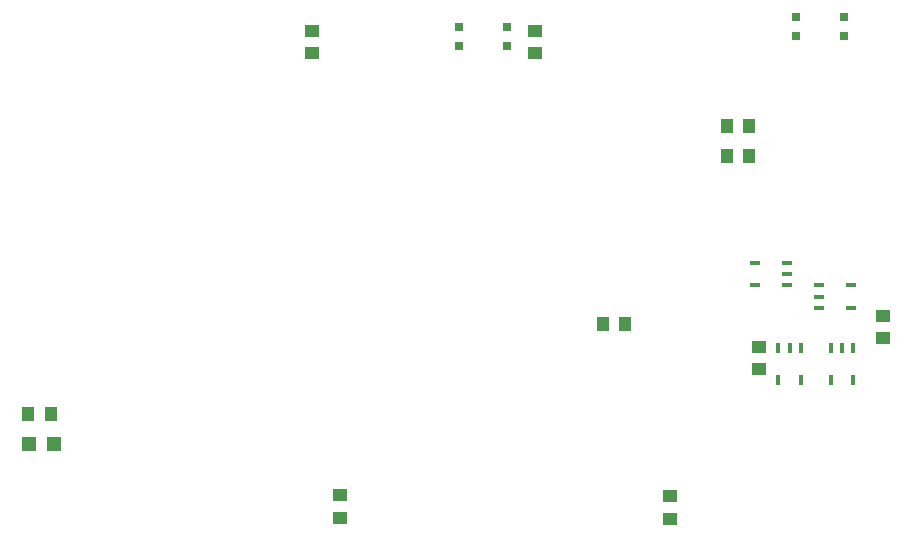
<source format=gtp>
G04 DipTrace 3.0.0.2*
G04 Teensy-TC36-Breakouti.gtp*
%MOIN*%
G04 #@! TF.FileFunction,Paste,Top*
G04 #@! TF.Part,Single*
%ADD41R,0.047244X0.047244*%
%ADD63R,0.015748X0.035433*%
%ADD71R,0.035433X0.015748*%
%ADD73R,0.043307X0.051181*%
%ADD77R,0.027559X0.031496*%
%ADD95R,0.051181X0.043307*%
%FSLAX26Y26*%
G04*
G70*
G90*
G75*
G01*
G04 TopPaste*
%LPD*%
D95*
X2193701Y2088701D3*
Y2163504D3*
X2938701Y1033701D3*
Y1108504D3*
X1448701Y2088701D3*
Y2163504D3*
X1543701Y613701D3*
Y538898D3*
X2643701Y611103D3*
Y536299D3*
D77*
X3062284Y2145709D3*
X3223701D3*
Y2208701D3*
X3062284D3*
D41*
X588701Y783701D3*
X506024D3*
D73*
X2831299Y1743701D3*
X2906103D3*
Y1843701D3*
X2831299D3*
X2493701Y1183701D3*
X2418898D3*
X503701Y883701D3*
X578504D3*
D95*
X3353701Y1138701D3*
Y1213504D3*
D77*
X2099410Y2175197D3*
X1937992D3*
Y2112205D3*
X2099410D3*
D71*
X3033701Y1313701D3*
Y1351103D3*
Y1388504D3*
X2927402D3*
Y1313701D3*
X3138701D3*
Y1276299D3*
Y1238898D3*
X3245000D3*
Y1313701D3*
D63*
X3253701Y1103701D3*
X3216299D3*
X3178898D3*
Y997402D3*
X3253701D3*
X3078701Y1103701D3*
X3041299D3*
X3003898D3*
Y997402D3*
X3078701D3*
M02*

</source>
